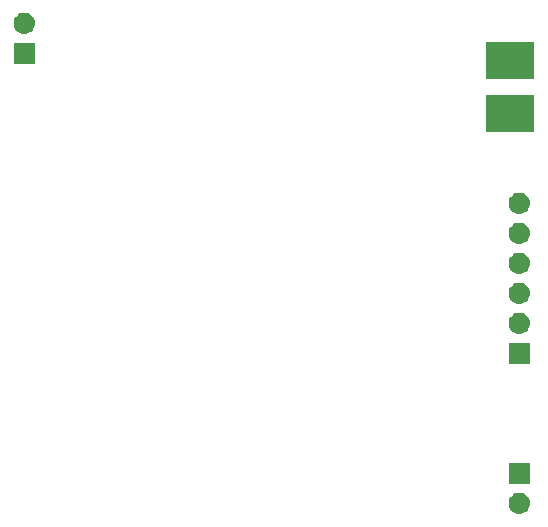
<source format=gbr>
G04 #@! TF.GenerationSoftware,KiCad,Pcbnew,(5.1.4)-1*
G04 #@! TF.CreationDate,2019-12-04T00:10:16+01:00*
G04 #@! TF.ProjectId,plan_b,706c616e-5f62-42e6-9b69-6361645f7063,rev?*
G04 #@! TF.SameCoordinates,PX7274898PY791ddc0*
G04 #@! TF.FileFunction,Soldermask,Bot*
G04 #@! TF.FilePolarity,Negative*
%FSLAX46Y46*%
G04 Gerber Fmt 4.6, Leading zero omitted, Abs format (unit mm)*
G04 Created by KiCad (PCBNEW (5.1.4)-1) date 2019-12-04 00:10:16*
%MOMM*%
%LPD*%
G04 APERTURE LIST*
%ADD10C,0.100000*%
G04 APERTURE END LIST*
D10*
G36*
X64880442Y19944482D02*
G01*
X64946627Y19937963D01*
X65116466Y19886443D01*
X65272991Y19802778D01*
X65308729Y19773448D01*
X65410186Y19690186D01*
X65493448Y19588729D01*
X65522778Y19552991D01*
X65606443Y19396466D01*
X65657963Y19226627D01*
X65675359Y19050000D01*
X65657963Y18873373D01*
X65606443Y18703534D01*
X65522778Y18547009D01*
X65493448Y18511271D01*
X65410186Y18409814D01*
X65308729Y18326552D01*
X65272991Y18297222D01*
X65116466Y18213557D01*
X64946627Y18162037D01*
X64880442Y18155518D01*
X64814260Y18149000D01*
X64725740Y18149000D01*
X64659558Y18155518D01*
X64593373Y18162037D01*
X64423534Y18213557D01*
X64267009Y18297222D01*
X64231271Y18326552D01*
X64129814Y18409814D01*
X64046552Y18511271D01*
X64017222Y18547009D01*
X63933557Y18703534D01*
X63882037Y18873373D01*
X63864641Y19050000D01*
X63882037Y19226627D01*
X63933557Y19396466D01*
X64017222Y19552991D01*
X64046552Y19588729D01*
X64129814Y19690186D01*
X64231271Y19773448D01*
X64267009Y19802778D01*
X64423534Y19886443D01*
X64593373Y19937963D01*
X64659558Y19944482D01*
X64725740Y19951000D01*
X64814260Y19951000D01*
X64880442Y19944482D01*
X64880442Y19944482D01*
G37*
G36*
X65671000Y20689000D02*
G01*
X63869000Y20689000D01*
X63869000Y22491000D01*
X65671000Y22491000D01*
X65671000Y20689000D01*
X65671000Y20689000D01*
G37*
G36*
X65671000Y30849000D02*
G01*
X63869000Y30849000D01*
X63869000Y32651000D01*
X65671000Y32651000D01*
X65671000Y30849000D01*
X65671000Y30849000D01*
G37*
G36*
X64880442Y35184482D02*
G01*
X64946627Y35177963D01*
X65116466Y35126443D01*
X65272991Y35042778D01*
X65308729Y35013448D01*
X65410186Y34930186D01*
X65493448Y34828729D01*
X65522778Y34792991D01*
X65606443Y34636466D01*
X65657963Y34466627D01*
X65675359Y34290000D01*
X65657963Y34113373D01*
X65606443Y33943534D01*
X65522778Y33787009D01*
X65493448Y33751271D01*
X65410186Y33649814D01*
X65308729Y33566552D01*
X65272991Y33537222D01*
X65116466Y33453557D01*
X64946627Y33402037D01*
X64880442Y33395518D01*
X64814260Y33389000D01*
X64725740Y33389000D01*
X64659557Y33395519D01*
X64593373Y33402037D01*
X64423534Y33453557D01*
X64267009Y33537222D01*
X64231271Y33566552D01*
X64129814Y33649814D01*
X64046552Y33751271D01*
X64017222Y33787009D01*
X63933557Y33943534D01*
X63882037Y34113373D01*
X63864641Y34290000D01*
X63882037Y34466627D01*
X63933557Y34636466D01*
X64017222Y34792991D01*
X64046552Y34828729D01*
X64129814Y34930186D01*
X64231271Y35013448D01*
X64267009Y35042778D01*
X64423534Y35126443D01*
X64593373Y35177963D01*
X64659558Y35184482D01*
X64725740Y35191000D01*
X64814260Y35191000D01*
X64880442Y35184482D01*
X64880442Y35184482D01*
G37*
G36*
X64880443Y37724481D02*
G01*
X64946627Y37717963D01*
X65116466Y37666443D01*
X65272991Y37582778D01*
X65308729Y37553448D01*
X65410186Y37470186D01*
X65493448Y37368729D01*
X65522778Y37332991D01*
X65606443Y37176466D01*
X65657963Y37006627D01*
X65675359Y36830000D01*
X65657963Y36653373D01*
X65606443Y36483534D01*
X65522778Y36327009D01*
X65493448Y36291271D01*
X65410186Y36189814D01*
X65308729Y36106552D01*
X65272991Y36077222D01*
X65116466Y35993557D01*
X64946627Y35942037D01*
X64880442Y35935518D01*
X64814260Y35929000D01*
X64725740Y35929000D01*
X64659558Y35935518D01*
X64593373Y35942037D01*
X64423534Y35993557D01*
X64267009Y36077222D01*
X64231271Y36106552D01*
X64129814Y36189814D01*
X64046552Y36291271D01*
X64017222Y36327009D01*
X63933557Y36483534D01*
X63882037Y36653373D01*
X63864641Y36830000D01*
X63882037Y37006627D01*
X63933557Y37176466D01*
X64017222Y37332991D01*
X64046552Y37368729D01*
X64129814Y37470186D01*
X64231271Y37553448D01*
X64267009Y37582778D01*
X64423534Y37666443D01*
X64593373Y37717963D01*
X64659557Y37724481D01*
X64725740Y37731000D01*
X64814260Y37731000D01*
X64880443Y37724481D01*
X64880443Y37724481D01*
G37*
G36*
X64880442Y40264482D02*
G01*
X64946627Y40257963D01*
X65116466Y40206443D01*
X65272991Y40122778D01*
X65308729Y40093448D01*
X65410186Y40010186D01*
X65493448Y39908729D01*
X65522778Y39872991D01*
X65606443Y39716466D01*
X65657963Y39546627D01*
X65675359Y39370000D01*
X65657963Y39193373D01*
X65606443Y39023534D01*
X65522778Y38867009D01*
X65493448Y38831271D01*
X65410186Y38729814D01*
X65308729Y38646552D01*
X65272991Y38617222D01*
X65116466Y38533557D01*
X64946627Y38482037D01*
X64880442Y38475518D01*
X64814260Y38469000D01*
X64725740Y38469000D01*
X64659558Y38475518D01*
X64593373Y38482037D01*
X64423534Y38533557D01*
X64267009Y38617222D01*
X64231271Y38646552D01*
X64129814Y38729814D01*
X64046552Y38831271D01*
X64017222Y38867009D01*
X63933557Y39023534D01*
X63882037Y39193373D01*
X63864641Y39370000D01*
X63882037Y39546627D01*
X63933557Y39716466D01*
X64017222Y39872991D01*
X64046552Y39908729D01*
X64129814Y40010186D01*
X64231271Y40093448D01*
X64267009Y40122778D01*
X64423534Y40206443D01*
X64593373Y40257963D01*
X64659558Y40264482D01*
X64725740Y40271000D01*
X64814260Y40271000D01*
X64880442Y40264482D01*
X64880442Y40264482D01*
G37*
G36*
X64880442Y42804482D02*
G01*
X64946627Y42797963D01*
X65116466Y42746443D01*
X65272991Y42662778D01*
X65308729Y42633448D01*
X65410186Y42550186D01*
X65493448Y42448729D01*
X65522778Y42412991D01*
X65606443Y42256466D01*
X65657963Y42086627D01*
X65675359Y41910000D01*
X65657963Y41733373D01*
X65606443Y41563534D01*
X65522778Y41407009D01*
X65493448Y41371271D01*
X65410186Y41269814D01*
X65308729Y41186552D01*
X65272991Y41157222D01*
X65116466Y41073557D01*
X64946627Y41022037D01*
X64880442Y41015518D01*
X64814260Y41009000D01*
X64725740Y41009000D01*
X64659558Y41015518D01*
X64593373Y41022037D01*
X64423534Y41073557D01*
X64267009Y41157222D01*
X64231271Y41186552D01*
X64129814Y41269814D01*
X64046552Y41371271D01*
X64017222Y41407009D01*
X63933557Y41563534D01*
X63882037Y41733373D01*
X63864641Y41910000D01*
X63882037Y42086627D01*
X63933557Y42256466D01*
X64017222Y42412991D01*
X64046552Y42448729D01*
X64129814Y42550186D01*
X64231271Y42633448D01*
X64267009Y42662778D01*
X64423534Y42746443D01*
X64593373Y42797963D01*
X64659558Y42804482D01*
X64725740Y42811000D01*
X64814260Y42811000D01*
X64880442Y42804482D01*
X64880442Y42804482D01*
G37*
G36*
X64880443Y45344481D02*
G01*
X64946627Y45337963D01*
X65116466Y45286443D01*
X65272991Y45202778D01*
X65308729Y45173448D01*
X65410186Y45090186D01*
X65493448Y44988729D01*
X65522778Y44952991D01*
X65606443Y44796466D01*
X65657963Y44626627D01*
X65675359Y44450000D01*
X65657963Y44273373D01*
X65606443Y44103534D01*
X65522778Y43947009D01*
X65493448Y43911271D01*
X65410186Y43809814D01*
X65308729Y43726552D01*
X65272991Y43697222D01*
X65116466Y43613557D01*
X64946627Y43562037D01*
X64880443Y43555519D01*
X64814260Y43549000D01*
X64725740Y43549000D01*
X64659557Y43555519D01*
X64593373Y43562037D01*
X64423534Y43613557D01*
X64267009Y43697222D01*
X64231271Y43726552D01*
X64129814Y43809814D01*
X64046552Y43911271D01*
X64017222Y43947009D01*
X63933557Y44103534D01*
X63882037Y44273373D01*
X63864641Y44450000D01*
X63882037Y44626627D01*
X63933557Y44796466D01*
X64017222Y44952991D01*
X64046552Y44988729D01*
X64129814Y45090186D01*
X64231271Y45173448D01*
X64267009Y45202778D01*
X64423534Y45286443D01*
X64593373Y45337963D01*
X64659557Y45344481D01*
X64725740Y45351000D01*
X64814260Y45351000D01*
X64880443Y45344481D01*
X64880443Y45344481D01*
G37*
G36*
X66051000Y50519000D02*
G01*
X61949000Y50519000D01*
X61949000Y53621000D01*
X66051000Y53621000D01*
X66051000Y50519000D01*
X66051000Y50519000D01*
G37*
G36*
X66051000Y54964000D02*
G01*
X61949000Y54964000D01*
X61949000Y58066000D01*
X66051000Y58066000D01*
X66051000Y54964000D01*
X66051000Y54964000D01*
G37*
G36*
X23761000Y56249000D02*
G01*
X21959000Y56249000D01*
X21959000Y58051000D01*
X23761000Y58051000D01*
X23761000Y56249000D01*
X23761000Y56249000D01*
G37*
G36*
X22970443Y60584481D02*
G01*
X23036627Y60577963D01*
X23206466Y60526443D01*
X23362991Y60442778D01*
X23398729Y60413448D01*
X23500186Y60330186D01*
X23583448Y60228729D01*
X23612778Y60192991D01*
X23696443Y60036466D01*
X23747963Y59866627D01*
X23765359Y59690000D01*
X23747963Y59513373D01*
X23696443Y59343534D01*
X23612778Y59187009D01*
X23583448Y59151271D01*
X23500186Y59049814D01*
X23398729Y58966552D01*
X23362991Y58937222D01*
X23206466Y58853557D01*
X23036627Y58802037D01*
X22970443Y58795519D01*
X22904260Y58789000D01*
X22815740Y58789000D01*
X22749557Y58795519D01*
X22683373Y58802037D01*
X22513534Y58853557D01*
X22357009Y58937222D01*
X22321271Y58966552D01*
X22219814Y59049814D01*
X22136552Y59151271D01*
X22107222Y59187009D01*
X22023557Y59343534D01*
X21972037Y59513373D01*
X21954641Y59690000D01*
X21972037Y59866627D01*
X22023557Y60036466D01*
X22107222Y60192991D01*
X22136552Y60228729D01*
X22219814Y60330186D01*
X22321271Y60413448D01*
X22357009Y60442778D01*
X22513534Y60526443D01*
X22683373Y60577963D01*
X22749557Y60584481D01*
X22815740Y60591000D01*
X22904260Y60591000D01*
X22970443Y60584481D01*
X22970443Y60584481D01*
G37*
M02*

</source>
